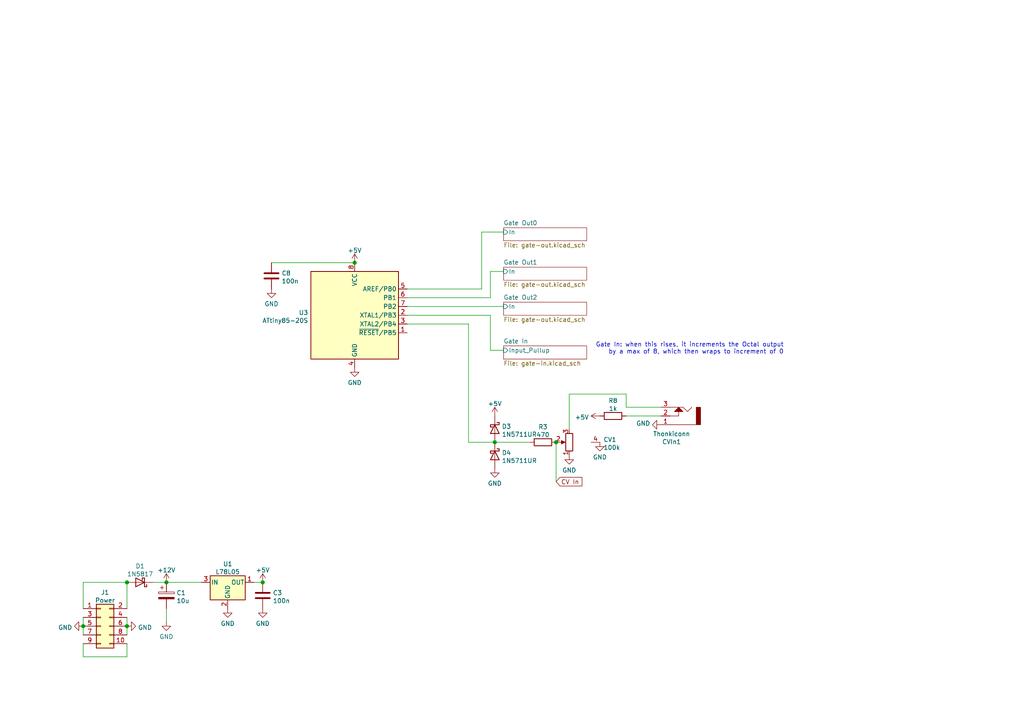
<source format=kicad_sch>
(kicad_sch (version 20210126) (generator eeschema)
  (paper "A4")
  (lib_symbols
    (symbol "Connector_Generic:Conn_02x05_Odd_Even" (pin_names (offset 1.016) hide)
      (property "Reference" "J" (at 1.27 7.62 0))
      (property "Value" "Conn_02x05_Odd_Even" (at 1.27 -7.62 0))
      (symbol "Conn_02x05_Odd_Even_1_1"
        (rectangle (start -1.27 -4.953) (end 0 -5.207) (stroke (width 0.1524)))
        (rectangle (start -1.27 -2.413) (end 0 -2.667) (stroke (width 0.1524)))
        (rectangle (start -1.27 0.127) (end 0 -0.127) (stroke (width 0.1524)))
        (rectangle (start -1.27 2.667) (end 0 2.413) (stroke (width 0.1524)))
        (rectangle (start -1.27 5.207) (end 0 4.953) (stroke (width 0.1524)))
        (rectangle (start 3.81 -4.953) (end 2.54 -5.207) (stroke (width 0.1524)))
        (rectangle (start 3.81 -2.413) (end 2.54 -2.667) (stroke (width 0.1524)))
        (rectangle (start 3.81 0.127) (end 2.54 -0.127) (stroke (width 0.1524)))
        (rectangle (start 3.81 2.667) (end 2.54 2.413) (stroke (width 0.1524)))
        (rectangle (start 3.81 5.207) (end 2.54 4.953) (stroke (width 0.1524)))
        (rectangle (start -1.27 6.35) (end 3.81 -6.35) (stroke (width 0.254)) (fill (type background)))
        (pin passive line (at -5.08 5.08 0) (length 3.81) (name "Pin_1") (number "1"))
        (pin passive line (at 7.62 -5.08 180) (length 3.81) (name "Pin_10") (number "10"))
        (pin passive line (at 7.62 5.08 180) (length 3.81) (name "Pin_2") (number "2"))
        (pin passive line (at -5.08 2.54 0) (length 3.81) (name "Pin_3") (number "3"))
        (pin passive line (at 7.62 2.54 180) (length 3.81) (name "Pin_4") (number "4"))
        (pin passive line (at -5.08 0 0) (length 3.81) (name "Pin_5") (number "5"))
        (pin passive line (at 7.62 0 180) (length 3.81) (name "Pin_6") (number "6"))
        (pin passive line (at -5.08 -2.54 0) (length 3.81) (name "Pin_7") (number "7"))
        (pin passive line (at 7.62 -2.54 180) (length 3.81) (name "Pin_8") (number "8"))
        (pin passive line (at -5.08 -5.08 0) (length 3.81) (name "Pin_9") (number "9"))
      )
    )
    (symbol "Device:C" (pin_numbers hide) (pin_names (offset 0.254))
      (property "Reference" "C" (at 0.635 2.54 0))
      (property "Value" "C" (at 0.635 -2.54 0))
      (symbol "C_0_1"
        (polyline (pts (xy -2.032 -0.762) (xy 2.032 -0.762)) (stroke (width 0.508)))
        (polyline (pts (xy -2.032 0.762) (xy 2.032 0.762)) (stroke (width 0.508)))
      )
      (symbol "C_1_1"
        (pin passive line (at 0 3.81 270) (length 2.794) (name "~") (number "1"))
        (pin passive line (at 0 -3.81 90) (length 2.794) (name "~") (number "2"))
      )
    )
    (symbol "Device:C_Polarized" (pin_numbers hide) (pin_names (offset 0.254))
      (property "Reference" "C" (at 0.635 2.54 0))
      (property "Value" "C_Polarized" (at 0.635 -2.54 0))
      (symbol "C_Polarized_0_1"
        (rectangle (start -2.286 0.508) (end 2.286 1.016))
        (rectangle (start 2.286 -0.508) (end -2.286 -1.016) (fill (type outline)))
        (polyline (pts (xy -1.778 2.286) (xy -0.762 2.286)))
        (polyline (pts (xy -1.27 2.794) (xy -1.27 1.778)))
      )
      (symbol "C_Polarized_1_1"
        (pin passive line (at 0 3.81 270) (length 2.794) (name "~") (number "1"))
        (pin passive line (at 0 -3.81 90) (length 2.794) (name "~") (number "2"))
      )
    )
    (symbol "Device:R" (pin_numbers hide) (pin_names (offset 0))
      (property "Reference" "R" (at 2.032 0 90))
      (property "Value" "R" (at 0 0 90))
      (symbol "R_0_1"
        (rectangle (start -1.016 -2.54) (end 1.016 2.54) (stroke (width 0.254)))
      )
      (symbol "R_1_1"
        (pin passive line (at 0 3.81 270) (length 1.27) (name "~") (number "1"))
        (pin passive line (at 0 -3.81 90) (length 1.27) (name "~") (number "2"))
      )
    )
    (symbol "Device:R_Potentiometer_GND" (pin_names (offset 1.016) hide)
      (property "Reference" "RV" (at -4.445 0 90))
      (property "Value" "R_Potentiometer_GND" (at -2.54 0 90))
      (symbol "R_Potentiometer_GND_0_1"
        (rectangle (start 1.016 2.54) (end -1.016 -2.54) (stroke (width 0.254)))
        (polyline (pts (xy 2.54 0) (xy 1.524 0)))
        (polyline (pts (xy 1.143 0) (xy 2.286 0.508) (xy 2.286 -0.508) (xy 1.143 0)) (fill (type outline)))
      )
      (symbol "R_Potentiometer_GND_1_1"
        (pin passive line (at 0 3.81 270) (length 1.27) (name "1") (number "1"))
        (pin passive line (at 3.81 0 180) (length 1.27) (name "2") (number "2"))
        (pin passive line (at 0 -3.81 90) (length 1.27) (name "3") (number "3"))
        (pin passive line (at -8.89 0 0) (length 2.54) (name "GND") (number "4"))
      )
    )
    (symbol "Diode:1N5711UR" (pin_numbers hide) (pin_names (offset 1.016) hide)
      (property "Reference" "D" (at 0 2.54 0))
      (property "Value" "1N5711UR" (at 0 -2.54 0))
      (symbol "1N5711UR_0_1"
        (polyline (pts (xy 1.27 0) (xy -1.27 0)))
        (polyline (pts (xy 1.27 1.27) (xy 1.27 -1.27) (xy -1.27 0) (xy 1.27 1.27)) (stroke (width 0.254)))
        (polyline (pts (xy -1.905 0.635) (xy -1.905 1.27) (xy -1.27 1.27) (xy -1.27 -1.27) (xy -0.635 -1.27) (xy -0.635 -0.635)) (stroke (width 0.254)))
      )
      (symbol "1N5711UR_1_1"
        (pin passive line (at -3.81 0 0) (length 2.54) (name "K") (number "1"))
        (pin passive line (at 3.81 0 180) (length 2.54) (name "A") (number "2"))
      )
    )
    (symbol "Diode:1N5817" (pin_numbers hide) (pin_names (offset 1.016) hide)
      (property "Reference" "D" (at 0 2.54 0))
      (property "Value" "1N5817" (at 0 -2.54 0))
      (symbol "1N5817_0_1"
        (polyline (pts (xy 1.27 0) (xy -1.27 0)))
        (polyline (pts (xy 1.27 1.27) (xy 1.27 -1.27) (xy -1.27 0) (xy 1.27 1.27)) (stroke (width 0.254)))
        (polyline (pts (xy -1.905 0.635) (xy -1.905 1.27) (xy -1.27 1.27) (xy -1.27 -1.27) (xy -0.635 -1.27) (xy -0.635 -0.635)) (stroke (width 0.254)))
      )
      (symbol "1N5817_1_1"
        (pin passive line (at -3.81 0 0) (length 2.54) (name "K") (number "1"))
        (pin passive line (at 3.81 0 180) (length 2.54) (name "A") (number "2"))
      )
    )
    (symbol "MCU_Microchip_ATtiny:ATtiny85-20S"
      (property "Reference" "U" (at -12.7 13.97 0))
      (property "Value" "ATtiny85-20S" (at 2.54 -13.97 0))
      (symbol "ATtiny85-20S_0_1"
        (rectangle (start -12.7 -12.7) (end 12.7 12.7) (stroke (width 0.254)) (fill (type background)))
      )
      (symbol "ATtiny85-20S_1_1"
        (pin bidirectional line (at 15.24 -5.08 180) (length 2.54) (name "~RESET~/PB5") (number "1"))
        (pin bidirectional line (at 15.24 0 180) (length 2.54) (name "XTAL1/PB3") (number "2"))
        (pin bidirectional line (at 15.24 -2.54 180) (length 2.54) (name "XTAL2/PB4") (number "3"))
        (pin power_in line (at 0 -15.24 90) (length 2.54) (name "GND") (number "4"))
        (pin bidirectional line (at 15.24 7.62 180) (length 2.54) (name "AREF/PB0") (number "5"))
        (pin bidirectional line (at 15.24 5.08 180) (length 2.54) (name "PB1") (number "6"))
        (pin bidirectional line (at 15.24 2.54 180) (length 2.54) (name "PB2") (number "7"))
        (pin power_in line (at 0 15.24 270) (length 2.54) (name "VCC") (number "8"))
      )
    )
    (symbol "Regulator_Linear:L78L05_SOT89" (pin_names (offset 0.254))
      (property "Reference" "U" (at -3.81 3.175 0))
      (property "Value" "L78L05_SOT89" (at -0.635 3.175 0))
      (symbol "L78L05_SOT89_0_1"
        (rectangle (start -5.08 1.905) (end 5.08 -5.08) (stroke (width 0.254)) (fill (type background)))
      )
      (symbol "L78L05_SOT89_1_1"
        (pin power_out line (at 7.62 0 180) (length 2.54) (name "OUT") (number "1"))
        (pin power_in line (at 0 -7.62 90) (length 2.54) (name "GND") (number "2"))
        (pin power_in line (at -7.62 0 0) (length 2.54) (name "IN") (number "3"))
      )
    )
    (symbol "nathans_symbols:Thonkiconn"
      (property "Reference" "U" (at -2.54 7.62 0))
      (property "Value" "Thonkiconn" (at -2.54 5.08 0))
      (symbol "Thonkiconn_0_1"
        (rectangle (start -11.43 2.54) (end -10.16 -2.54) (stroke (width 0.1524)) (fill (type outline)))
        (polyline (pts (xy -2.54 2.54) (xy -10.16 2.54)) (stroke (width 0.1524)))
        (polyline (pts (xy -2.54 0) (xy -5.08 0) (xy -5.08 -2.54)) (stroke (width 0.1524)))
        (polyline (pts (xy -2.54 -2.54) (xy -6.35 -2.54) (xy -7.62 -1.27) (xy -8.89 -2.54)) (stroke (width 0.1524)))
        (polyline (pts (xy -5.08 -2.54) (xy -6.35 -1.27) (xy -3.81 -1.27) (xy -5.08 -2.54)) (stroke (width 0.1524)) (fill (type outline)))
      )
      (symbol "Thonkiconn_1_1"
        (pin passive line (at 0 2.54 180) (length 2.54) (name "") (number "1"))
        (pin passive line (at 0 0 180) (length 2.54) (name "") (number "2"))
        (pin passive line (at 0 -2.54 180) (length 2.54) (name "") (number "3"))
      )
    )
    (symbol "power:+12V" (power) (pin_names (offset 0))
      (property "Value" "+12V" (at 0 3.556 0))
      (symbol "+12V_0_1"
        (polyline (pts (xy -0.762 1.27) (xy 0 2.54)))
        (polyline (pts (xy 0 0) (xy 0 2.54)))
        (polyline (pts (xy 0 2.54) (xy 0.762 1.27)))
      )
      (symbol "+12V_1_1"
        (pin power_in line (at 0 0 90) (length 0) hide (name "+12V") (number "1"))
      )
    )
    (symbol "power:+5V" (power) (pin_names (offset 0))
      (property "Value" "+5V" (at 0 3.556 0))
      (symbol "+5V_0_1"
        (polyline (pts (xy -0.762 1.27) (xy 0 2.54)))
        (polyline (pts (xy 0 0) (xy 0 2.54)))
        (polyline (pts (xy 0 2.54) (xy 0.762 1.27)))
      )
      (symbol "+5V_1_1"
        (pin power_in line (at 0 0 90) (length 0) hide (name "+5V") (number "1"))
      )
    )
    (symbol "power:GND" (power) (pin_names (offset 0))
      (property "Value" "GND" (at 0 -3.81 0))
      (symbol "GND_0_1"
        (polyline (pts (xy 0 0) (xy 0 -1.27) (xy 1.27 -1.27) (xy 0 -2.54) (xy -1.27 -1.27) (xy 0 -1.27)))
      )
      (symbol "GND_1_1"
        (pin power_in line (at 0 0 270) (length 0) hide (name "GND") (number "1"))
      )
    )
  )
  (junction (at 24.13 181.61) (diameter 1.016))
  (junction (at 36.83 168.91) (diameter 1.016))
  (junction (at 36.83 181.61) (diameter 1.016))
  (junction (at 48.26 168.91) (diameter 1.016))
  (junction (at 76.2 168.91) (diameter 1.016))
  (junction (at 102.87 76.2) (diameter 1.016))
  (junction (at 143.51 128.27) (diameter 1.016))
  (junction (at 161.29 128.27) (diameter 1.016))
  (wire (pts (xy 24.13 168.91) (xy 36.83 168.91)))
  (wire (pts (xy 24.13 176.53) (xy 24.13 168.91)))
  (wire (pts (xy 24.13 179.07) (xy 24.13 181.61)))
  (wire (pts (xy 24.13 181.61) (xy 24.13 184.15)))
  (wire (pts (xy 24.13 186.69) (xy 24.13 190.5)))
  (wire (pts (xy 24.13 190.5) (xy 36.83 190.5)))
  (wire (pts (xy 36.83 176.53) (xy 36.83 168.91)))
  (wire (pts (xy 36.83 179.07) (xy 36.83 181.61)))
  (wire (pts (xy 36.83 181.61) (xy 36.83 184.15)))
  (wire (pts (xy 36.83 190.5) (xy 36.83 186.69)))
  (wire (pts (xy 44.45 168.91) (xy 48.26 168.91)))
  (wire (pts (xy 48.26 168.91) (xy 58.42 168.91)))
  (wire (pts (xy 48.26 176.53) (xy 48.26 180.34)))
  (wire (pts (xy 73.66 168.91) (xy 76.2 168.91)))
  (wire (pts (xy 78.74 76.2) (xy 102.87 76.2)))
  (wire (pts (xy 118.11 83.82) (xy 139.7 83.82)))
  (wire (pts (xy 118.11 88.9) (xy 146.05 88.9)))
  (wire (pts (xy 118.11 91.44) (xy 142.24 91.44)))
  (wire (pts (xy 118.11 93.98) (xy 135.89 93.98)))
  (wire (pts (xy 135.89 93.98) (xy 135.89 128.27)))
  (wire (pts (xy 135.89 128.27) (xy 143.51 128.27)))
  (wire (pts (xy 139.7 67.31) (xy 146.05 67.31)))
  (wire (pts (xy 139.7 83.82) (xy 139.7 67.31)))
  (wire (pts (xy 142.24 78.74) (xy 142.24 86.36)))
  (wire (pts (xy 142.24 86.36) (xy 118.11 86.36)))
  (wire (pts (xy 142.24 91.44) (xy 142.24 101.6)))
  (wire (pts (xy 142.24 101.6) (xy 146.05 101.6)))
  (wire (pts (xy 143.51 128.27) (xy 153.67 128.27)))
  (wire (pts (xy 146.05 78.74) (xy 142.24 78.74)))
  (wire (pts (xy 161.29 128.27) (xy 161.29 139.7)))
  (wire (pts (xy 165.1 114.3) (xy 165.1 124.46)))
  (wire (pts (xy 181.61 114.3) (xy 165.1 114.3)))
  (wire (pts (xy 181.61 118.11) (xy 181.61 114.3)))
  (wire (pts (xy 181.61 118.11) (xy 191.77 118.11)))
  (wire (pts (xy 181.61 120.65) (xy 191.77 120.65)))
  (text "Gate In: when this rises, it increments the Octal output\nby a max of 8, which then wraps to increment of 0" (at 227.33 102.87 0) (effects (font (size 1.27 1.27)) (justify right bottom)))
  (global_label "CV In" (shape input) (at 161.29 139.7 0) (property "Intersheet References" "${INTERSHEET_REFS}" (effects hide)))
  (symbol (lib_id "power:+12V") (at 48.26 168.91 0) (unit 1)
    (property "Reference" "#PWR0135" (effects hide))
    (property "Value" "+12V" (at 48.26 165.3626 0))
  )
  (symbol (lib_id "power:+5V") (at 76.2 168.91 0) (unit 1)
    (property "Reference" "#PWR0130" (effects hide))
    (property "Value" "+5V" (at 76.2 165.3626 0))
  )
  (symbol (lib_id "power:+5V") (at 102.87 76.2 0) (unit 1)
    (property "Reference" "#PWR0117" (effects hide))
    (property "Value" "+5V" (at 102.87 72.6526 0))
  )
  (symbol (lib_id "power:+5V") (at 143.51 120.65 0) (unit 1)
    (property "Reference" "#PWR0126" (effects hide))
    (property "Value" "+5V" (at 143.51 117.1026 0))
  )
  (symbol (lib_id "power:+5V") (at 173.99 120.65 90) (unit 1)
    (property "Reference" "#PWR0116" (effects hide))
    (property "Value" "+5V" (at 170.815 121.0385 90) (effects (justify left)))
  )
  (symbol (lib_id "power:GND") (at 24.13 181.61 270) (unit 1)
    (property "Reference" "#PWR0102" (effects hide))
    (property "Value" "GND" (at 20.955 181.9985 90) (effects (justify right)))
  )
  (symbol (lib_id "power:GND") (at 36.83 181.61 90) (unit 1)
    (property "Reference" "#PWR0103" (effects hide))
    (property "Value" "GND" (at 40.0051 181.9985 90) (effects (justify right)))
  )
  (symbol (lib_id "power:GND") (at 48.26 180.34 0) (unit 1)
    (property "Reference" "#PWR0105" (effects hide))
    (property "Value" "GND" (at 48.26 184.6644 0))
  )
  (symbol (lib_id "power:GND") (at 66.04 176.53 0) (unit 1)
    (property "Reference" "#PWR0104" (effects hide))
    (property "Value" "GND" (at 66.04 180.8544 0))
  )
  (symbol (lib_id "power:GND") (at 76.2 176.53 0) (unit 1)
    (property "Reference" "#PWR0131" (effects hide))
    (property "Value" "GND" (at 76.2 180.8544 0))
  )
  (symbol (lib_id "power:GND") (at 78.74 83.82 0) (unit 1)
    (property "Reference" "#PWR0141" (effects hide))
    (property "Value" "GND" (at 78.74 88.1444 0))
  )
  (symbol (lib_id "power:GND") (at 102.87 106.68 0) (unit 1)
    (property "Reference" "#PWR0118" (effects hide))
    (property "Value" "GND" (at 102.87 111.0044 0))
  )
  (symbol (lib_id "power:GND") (at 143.51 135.89 0) (unit 1)
    (property "Reference" "#PWR0125" (effects hide))
    (property "Value" "GND" (at 143.51 140.2144 0))
  )
  (symbol (lib_id "power:GND") (at 165.1 132.08 0) (unit 1)
    (property "Reference" "#PWR0115" (effects hide))
    (property "Value" "GND" (at 165.1 136.4044 0))
  )
  (symbol (lib_id "power:GND") (at 173.99 128.27 0) (unit 1)
    (property "Reference" "#PWR0137" (effects hide))
    (property "Value" "GND" (at 173.99 132.5944 0))
  )
  (symbol (lib_id "power:GND") (at 191.77 123.19 270) (unit 1)
    (property "Reference" "#PWR0106" (effects hide))
    (property "Value" "GND" (at 188.5949 122.8015 90) (effects (justify right)))
  )
  (symbol (lib_id "Device:R") (at 157.48 128.27 90) (unit 1)
    (property "Reference" "R3" (at 157.48 123.8208 90))
    (property "Value" "470" (at 157.48 126.1195 90))
    (property "Footprint" "Resistor_SMD:R_0805_2012MetricValue" (effects hide))
    (property "LCSC" "C17710" (effects hide))
  )
  (symbol (lib_id "Device:R") (at 177.8 120.65 90) (unit 1)
    (property "Reference" "R8" (at 177.8 116.2008 90))
    (property "Value" "1k" (at 177.8 118.4995 90))
    (property "Footprint" "Resistor_SMD:R_0805_2012MetricValue" (effects hide))
    (property "LCSC" "C17513" (effects hide))
  )
  (symbol (lib_id "Diode:1N5817") (at 40.64 168.91 180) (unit 1)
    (property "Reference" "D1" (at 40.64 164.2068 0))
    (property "Value" "1N5817" (at 40.64 166.5055 0))
    (property "Footprint" "Diode_THT:D_DO-41_SOD81_P10.16mm_Horizontal" (effects hide))
    (property "Datasheet" "http://www.vishay.com/docs/88525/1n5817.pdf" (effects hide))
  )
  (symbol (lib_id "Diode:1N5711UR") (at 143.51 124.46 270) (unit 1)
    (property "Reference" "D3" (at 145.5421 123.6991 90) (effects (justify left)))
    (property "Value" "1N5711UR" (at 145.5421 125.9978 90) (effects (justify left)))
    (property "Footprint" "Diode_SMD:D_SOD-323_HandSoldering" (effects hide))
    (property "Datasheet" "https://www.microsemi.com/document-portal/doc_download/131890-lds-0040-1-datasheet" (effects hide))
    (property "LCSC" "C151442" (effects hide))
  )
  (symbol (lib_id "Diode:1N5711UR") (at 143.51 132.08 270) (unit 1)
    (property "Reference" "D4" (at 145.5421 131.3191 90) (effects (justify left)))
    (property "Value" "1N5711UR" (at 145.5421 133.6178 90) (effects (justify left)))
    (property "Footprint" "Diode_SMD:D_SOD-323_HandSoldering" (effects hide))
    (property "Datasheet" "https://www.microsemi.com/document-portal/doc_download/131890-lds-0040-1-datasheet" (effects hide))
    (property "LCSC" "C151442" (effects hide))
  )
  (symbol (lib_id "Device:C_Polarized") (at 48.26 172.72 0) (unit 1)
    (property "Reference" "C1" (at 51.1811 171.9591 0) (effects (justify left)))
    (property "Value" "10u" (at 51.1811 174.2578 0) (effects (justify left)))
    (property "Footprint" "Capacitor_THT:CP_Radial_D5.0mm_P2.50mm" (effects hide))
  )
  (symbol (lib_id "Device:C") (at 76.2 172.72 0) (unit 1)
    (property "Reference" "C3" (at 79.1211 171.9591 0) (effects (justify left)))
    (property "Value" "100n" (at 79.1211 174.2578 0) (effects (justify left)))
    (property "Footprint" "Capacitor_SMD:C_0805_2012MetricVal" (effects hide))
    (property "LCSC" "C49678" (effects hide))
  )
  (symbol (lib_id "Device:C") (at 78.74 80.01 0) (unit 1)
    (property "Reference" "C8" (at 81.6611 79.2491 0) (effects (justify left)))
    (property "Value" "100n" (at 81.6611 81.5478 0) (effects (justify left)))
    (property "Footprint" "Capacitor_SMD:C_0805_2012MetricVal" (effects hide))
    (property "LCSC" "C49678" (effects hide))
  )
  (symbol (lib_id "nathans_symbols:Thonkiconn") (at 191.77 120.65 180) (unit 1)
    (property "Reference" "CVIn1" (at 194.7926 128.1472 0))
    (property "Value" "Thonkiconn" (at 194.7926 125.8485 0))
    (property "Footprint" "kicad_libraries:Thonkiconn" (effects hide))
  )
  (symbol (lib_id "Device:R_Potentiometer_GND") (at 165.1 128.27 180) (unit 1)
    (property "Reference" "CV1" (at 175.0061 127.5091 0) (effects (justify right)))
    (property "Value" "100k" (at 175.0061 129.8078 0) (effects (justify right)))
    (property "Footprint" "Potentiometer_THT:Potentiometer_GND_Alpha_RD901F-40-00D_Single_Vertical_CircularHoles" (effects hide))
  )
  (symbol (lib_id "Regulator_Linear:L78L05_SOT89") (at 66.04 168.91 0) (unit 1)
    (property "Reference" "U1" (at 66.04 163.5718 0))
    (property "Value" "L78L05" (at 66.04 165.8705 0))
    (property "Footprint" "Package_TO_SOT_SMD:SOT-89-3" (effects hide))
    (property "Datasheet" "http://www.st.com/content/ccc/resource/technical/document/datasheet/15/55/e5/aa/23/5b/43/fd/CD00000446.pdf/files/CD00000446.pdf/jcr:content/translations/en.CD00000446.pdf" (effects hide))
    (property "LCSC" "C71136" (effects hide))
  )
  (symbol (lib_id "Connector_Generic:Conn_02x05_Odd_Even") (at 29.21 181.61 0) (unit 1)
    (property "Reference" "J1" (at 30.48 171.8268 0))
    (property "Value" "Power" (at 30.48 174.1255 0))
    (property "Footprint" "Connector_PinHeader_2.54mm:PinHeader_2x05_P2.54mm_Vertical" (effects hide))
  )
  (symbol (lib_id "MCU_Microchip_ATtiny:ATtiny85-20S") (at 102.87 91.44 0) (unit 1)
    (property "Reference" "U3" (at 89.408 90.6791 0) (effects (justify right)))
    (property "Value" "ATtiny85-20S" (at 89.408 92.9778 0) (effects (justify right)))
    (property "Footprint" "Package_DIP:DIP-8_W7.62mm_Socket_LongPads" (effects hide))
    (property "Datasheet" "http://ww1.microchip.com/downloads/en/DeviceDoc/atmel-2586-avr-8-bit-microcontroller-attiny25-attiny45-attiny85_datasheet.pdf" (effects hide))
    (property "LCSC" "C89852" (effects hide))
  )
  (sheet (at 146.05 100.33) (size 24.13 3.81) (stroke (width 0.0006))
    (property "Sheet name" "Gate In" (at 146.05 99.6943 0) (effects (justify left bottom)))
    (property "Sheet file" "gate-in.kicad_sch" (at 146.05 104.6487 0) (effects (justify left top)))
    (pin "Input_Pullup" input (at 146.05 101.6 180))
  )
  (sheet (at 146.05 66.04) (size 24.13 3.81) (stroke (width 0.0006))
    (property "Sheet name" "Gate Out0" (at 146.05 65.4043 0) (effects (justify left bottom)))
    (property "Sheet file" "gate-out.kicad_sch" (at 146.05 70.3587 0) (effects (justify left top)))
    (pin "In" input (at 146.05 67.31 180))
  )
  (sheet (at 146.05 77.47) (size 24.13 3.81) (stroke (width 0.0006))
    (property "Sheet name" "Gate Out1" (at 146.05 76.8343 0) (effects (justify left bottom)))
    (property "Sheet file" "gate-out.kicad_sch" (at 146.05 81.7887 0) (effects (justify left top)))
    (pin "In" input (at 146.05 78.74 180))
  )
  (sheet (at 146.05 87.63) (size 24.13 3.81) (stroke (width 0.0006))
    (property "Sheet name" "Gate Out2" (at 146.05 86.9943 0) (effects (justify left bottom)))
    (property "Sheet file" "gate-out.kicad_sch" (at 146.05 91.9487 0) (effects (justify left top)))
    (pin "In" input (at 146.05 88.9 180))
  )
)
</source>
